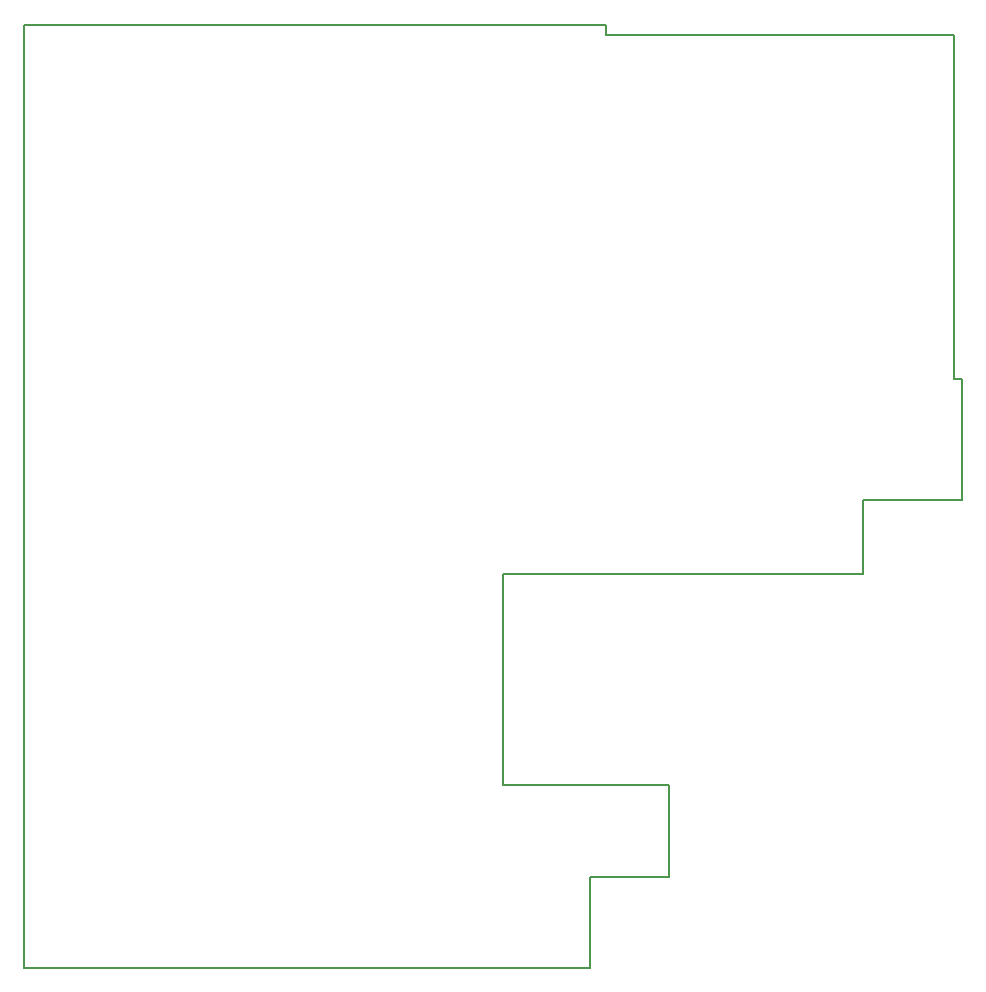
<source format=gm1>
G04*
G04 #@! TF.GenerationSoftware,Altium Limited,Altium Designer,21.3.2 (30)*
G04*
G04 Layer_Color=16711935*
%FSLAX25Y25*%
%MOIN*%
G70*
G04*
G04 #@! TF.SameCoordinates,AD82394D-94CB-4E6D-8DF2-E68E24F3FF13*
G04*
G04*
G04 #@! TF.FilePolarity,Positive*
G04*
G01*
G75*
%ADD17C,0.00500*%
D17*
X279500Y131500D02*
Y156000D01*
X280000D01*
X312500D01*
Y196500D01*
X-56Y175D02*
Y314500D01*
X194000D01*
Y311000D02*
Y314500D01*
Y311000D02*
X310000D01*
Y196500D02*
Y311000D01*
Y196500D02*
X312500D01*
X159500Y131500D02*
X279500D01*
X159500Y61000D02*
Y131500D01*
Y61000D02*
X215000D01*
Y30500D02*
Y61000D01*
X188500Y30500D02*
X215000D01*
X188500Y175D02*
Y30500D01*
X-56Y175D02*
X188500D01*
M02*

</source>
